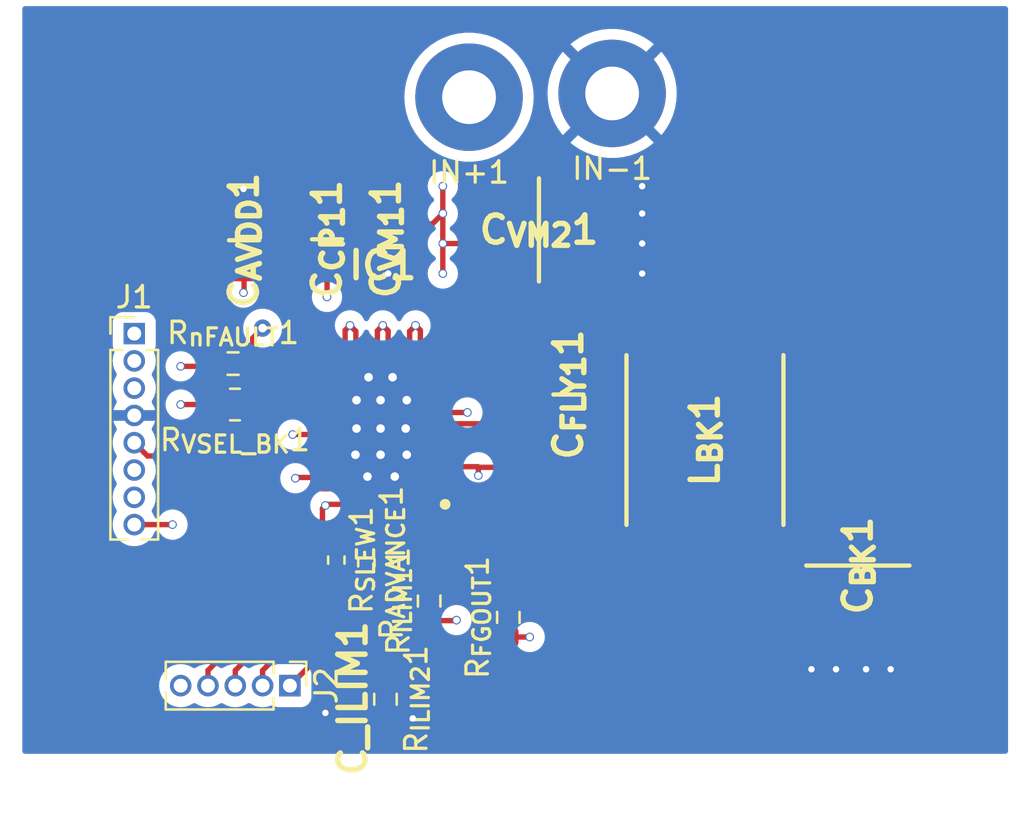
<source format=kicad_pcb>
(kicad_pcb (version 20221018) (generator pcbnew)
  (layers (0 "F.Cu" signal) (1 "In1.Cu" signal) (2 "In2.Cu" signal) (31 "B.Cu" signal) (34 "B.Paste" user) (35 "F.Paste" user) (36 "B.SilkS" user "B.Silkscreen") (37 "F.SilkS" user "F.Silkscreen") (38 "B.Mask" user) (39 "F.Mask" user) (44 "Edge.Cuts" user))
  (net 0 "")
  (net 1 "Net-(IC1-ILIM)")
  (net 2 "GND")
  (net 3 "/AVDD")
  (net 4 "/SW_BK")
  (net 5 "Net-(IC1-CP)")
  (net 6 "/VM")
  (net 7 "Net-(IC1-CPH)")
  (net 8 "Net-(IC1-CPL)")
  (net 9 "/PWM")
  (net 10 "/DIR")
  (net 11 "/BRAKE")
  (net 12 "/FGOUT")
  (net 13 "/W")
  (net 14 "/V")
  (net 15 "/U")
  (net 16 "/H3")
  (net 17 "/H2")
  (net 18 "/H1")
  (net 19 "/nFAULT")
  (net 21 "Net-(IC1-SW_BK)")
  (net 22 "Net-(IC1-VSEL_BK)")
  (net 26 "Net-(IC1-SLEW)")
  (net 27 "Net-(IC1-ADVANCE)")
  (footprint "SamacSys_Parts:CAPC3216X178N" (layer "F.Cu") (at 148.7944 90.8618 90)
    (fp_text reference "C_{CP1}1" (at 0 0 90) (layer "F.SilkS") (effects (font (size 1.27 1.27) (thickness 0.254))))
    (fp_text value "1uF" hide)
    (fp_line (start 0 -0.7) (end 0 0.7) (stroke (width 0.2)) (layer "F.SilkS"))
    (pad "1" smd rect (at -1.4 0 90) (size 1.02 1.82) (layers "F.Cu" "F.Paste" "F.Mask") (net 5 "Net-(IC1-CP)"))
    (pad "2" smd rect (at 1.4 0 90) (size 1.02 1.82) (layers "F.Cu" "F.Paste" "F.Mask") (net 6 "/VM"))
  )
  (footprint "Resistor_SMD:R_0603_1608Metric_Pad0.98x0.95mm_HandSolder" (layer "F.Cu") (at 151.511 112.268 -90)
    (fp_text reference "R_{ILIM2}1" (at 0 -1.43 90) (layer "F.SilkS"))
    (fp_text value "1k")
    (fp_line (start -0.254724 -0.5225) (end 0.254724 -0.5225) (stroke (width 0.12)) (layer "F.SilkS"))
    (fp_line (start -0.254724 0.5225) (end 0.254724 0.5225) (stroke (width 0.12)) (layer "F.SilkS"))
    (pad "1" smd roundrect (at -0.9125 0 270) (size 0.975 0.95) (layers "F.Cu" "F.Paste" "F.Mask") (net 1 "Net-(IC1-ILIM)"))
    (pad "2" smd roundrect (at 0.9125 0 270) (size 0.975 0.95) (layers "F.Cu" "F.Paste" "F.Mask") (net 2 "GND"))
  )
  (footprint "Resistor_SMD:R_0603_1608Metric_Pad0.98x0.95mm_HandSolder" (layer "F.Cu") (at 144.4225 96.647)
    (fp_text reference "R_{nFAULT}1" (at 0 -1.43) (layer "F.SilkS"))
    (fp_text value "5k1")
    (fp_line (start -0.254724 -0.5225) (end 0.254724 -0.5225) (stroke (width 0.12)) (layer "F.SilkS"))
    (fp_line (start -0.254724 0.5225) (end 0.254724 0.5225) (stroke (width 0.12)) (layer "F.SilkS"))
    (pad "1" smd roundrect (at -0.9125 0) (size 0.975 0.95) (layers "F.Cu" "F.Paste" "F.Mask") (net 3 "/AVDD"))
    (pad "2" smd roundrect (at 0.9125 0) (size 0.975 0.95) (layers "F.Cu" "F.Paste" "F.Mask") (net 19 "/nFAULT"))
  )
  (footprint "SamacSys_Parts:INDPM7973X540N" (layer "F.Cu") (at 166.37 100.203 -90)
    (fp_text reference "L_{BK}1" (at 0 0 90) (layer "F.SilkS") (effects (font (size 1.27 1.27) (thickness 0.254))))
    (fp_text value "47uH" hide)
    (fp_line (start -3.95 3.65) (end 3.95 3.65) (stroke (width 0.2)) (layer "F.SilkS"))
    (fp_line (start 3.95 -3.65) (end -3.95 -3.65) (stroke (width 0.2)) (layer "F.SilkS"))
    (pad "1" smd rect (at -3.05 0 270) (size 3.05 3.1) (layers "F.Cu" "F.Paste" "F.Mask") (net 21 "Net-(IC1-SW_BK)"))
    (pad "2" smd rect (at 3.05 0 270) (size 3.05 3.1) (layers "F.Cu" "F.Paste" "F.Mask") (net 4 "/SW_BK"))
  )
  (footprint "MountingHole:MountingHole_2.5mm_Pad" (layer "F.Cu") (at 162.052 84.074 180)
    (fp_text reference "IN-1" (at 0 -3.5) (layer "F.SilkS"))
    (fp_text value "MountingHole_Pad")
    (pad "1" thru_hole circle (at 0 0 180) (size 5 5) (drill 2.5) (layers "*.Cu" "*.Mask") (net 2 "GND"))
  )
  (footprint "SamacSys_Parts:CAPC1608X95N" (layer "F.Cu") (at 149.987 112.2265 -90)
    (fp_text reference "C_ILIM1" (at 0 0 90) (layer "F.SilkS") (effects (font (size 1.27 1.27) (thickness 0.254))))
    (fp_text value "0u1F" hide)
    (pad "1" smd rect (at -0.7 0 270) (size 0.78 0.98) (layers "F.Cu" "F.Paste" "F.Mask") (net 1 "Net-(IC1-ILIM)"))
    (pad "2" smd rect (at 0.7 0 270) (size 0.78 0.98) (layers "F.Cu" "F.Paste" "F.Mask") (net 2 "GND"))
  )
  (footprint "Resistor_SMD:R_0805_2012Metric_Pad1.20x1.40mm_HandSolder" (layer "F.Cu") (at 144.51 98.552 180)
    (fp_text reference "R_{VSEL_BK}1" (at 0 -1.65) (layer "F.SilkS"))
    (fp_text value "1M")
    (fp_line (start -0.227064 -0.735) (end 0.227064 -0.735) (stroke (width 0.12)) (layer "F.SilkS"))
    (fp_line (start -0.227064 0.735) (end 0.227064 0.735) (stroke (width 0.12)) (layer "F.SilkS"))
    (pad "1" smd roundrect (at -1 0 180) (size 1.2 1.4) (layers "F.Cu" "F.Paste" "F.Mask") (roundrect_rratio 0.208333) (net 22 "Net-(IC1-VSEL_BK)"))
    (pad "2" smd roundrect (at 1 0 180) (size 1.2 1.4) (layers "F.Cu" "F.Paste" "F.Mask") (roundrect_rratio 0.208333) (net 3 "/AVDD"))
  )
  (footprint "SamacSys_Parts:CAPC3216X178N" (layer "F.Cu") (at 144.9336 90.9066 90)
    (fp_text reference "C_{AVDD}1" (at 0 0 90) (layer "F.SilkS") (effects (font (size 1.27 1.27) (thickness 0.254))))
    (fp_text value "1uF" hide)
    (fp_line (start 0 -0.7) (end 0 0.7) (stroke (width 0.2)) (layer "F.SilkS"))
    (pad "1" smd rect (at -1.4 0 90) (size 1.02 1.82) (layers "F.Cu" "F.Paste" "F.Mask") (net 3 "/AVDD"))
    (pad "2" smd rect (at 1.4 0 90) (size 1.02 1.82) (layers "F.Cu" "F.Paste" "F.Mask") (net 2 "GND"))
  )
  (footprint "Connector_PinHeader_1.27mm:PinHeader_1x08_P1.27mm_Vertical" (layer "F.Cu") (at 139.827 95.25)
    (fp_text reference "J1" (at 0 -1.695) (layer "F.SilkS"))
    (fp_text value "Conn_01x08_Pin")
    (fp_line (start -1.11 -0.76) (end 0 -0.76) (stroke (width 0.12)) (layer "F.SilkS"))
    (fp_line (start -1.11 0) (end -1.11 -0.76) (stroke (width 0.12)) (layer "F.SilkS"))
    (fp_line (start -1.11 0.76) (end -1.11 9.585) (stroke (width 0.12)) (layer "F.SilkS"))
    (fp_line (start -1.11 0.76) (end -0.563471 0.76) (stroke (width 0.12)) (layer "F.SilkS"))
    (fp_line (start -1.11 9.585) (end -0.30753 9.585) (stroke (width 0.12)) (layer "F.SilkS"))
    (fp_line (start 0.30753 9.585) (end 1.11 9.585) (stroke (width 0.12)) (layer "F.SilkS"))
    (fp_line (start 0.563471 0.76) (end 1.11 0.76) (stroke (width 0.12)) (layer "F.SilkS"))
    (fp_line (start 1.11 0.76) (end 1.11 9.585) (stroke (width 0.12)) (layer "F.SilkS"))
    (pad "1" thru_hole rect (at 0 0) (size 1 1) (drill 0.65) (layers "*.Cu" "*.Mask") (net 15 "/U"))
    (pad "2" thru_hole oval (at 0 1.27) (size 1 1) (drill 0.65) (layers "*.Cu" "*.Mask") (net 14 "/V"))
    (pad "3" thru_hole oval (at 0 2.54) (size 1 1) (drill 0.65) (layers "*.Cu" "*.Mask") (net 13 "/W"))
    (pad "4" thru_hole oval (at 0 3.81) (size 1 1) (drill 0.65) (layers "*.Cu" "*.Mask") (net 2 "GND"))
    (pad "5" thru_hole oval (at 0 5.08) (size 1 1) (drill 0.65) (layers "*.Cu" "*.Mask") (net 17 "/H2"))
    (pad "6" thru_hole oval (at 0 6.35) (size 1 1) (drill 0.65) (layers "*.Cu" "*.Mask") (net 18 "/H1"))
    (pad "7" thru_hole oval (at 0 7.62) (size 1 1) (drill 0.65) (layers "*.Cu" "*.Mask") (net 16 "/H3"))
    (pad "8" thru_hole oval (at 0 8.89) (size 1 1) (drill 0.65) (layers "*.Cu" "*.Mask") (net 4 "/SW_BK"))
  )
  (footprint "Resistor_SMD:R_0402_1005Metric_Pad0.72x0.64mm_HandSolder" (layer "F.Cu") (at 149.225 105.791 -90)
    (fp_text reference "R_{SLEW}1" (at 0 -1.17 90) (layer "F.SilkS"))
    (fp_text value "47k")
    (fp_line (start -0.167621 -0.38) (end 0.167621 -0.38) (stroke (width 0.12)) (layer "F.SilkS"))
    (fp_line (start -0.167621 0.38) (end 0.167621 0.38) (stroke (width 0.12)) (layer "F.SilkS"))
    (pad "1" smd roundrect (at -0.5975 0 270) (size 0.715 0.64) (layers "F.Cu" "F.Paste" "F.Mask") (net 26 "Net-(IC1-SLEW)"))
    (pad "2" smd roundrect (at 0.5975 0 270) (size 0.715 0.64) (layers "F.Cu" "F.Paste" "F.Mask") (net 3 "/AVDD"))
  )
  (footprint "SamacSys_Parts:CAPC3216X180N" (layer "F.Cu") (at 160.02 98.0864 -90)
    (fp_text reference "C_{FLY1}1" (at 0 0 90) (layer "F.SilkS") (effects (font (size 1.27 1.27) (thickness 0.254))))
    (fp_text value "47nF" hide)
    (fp_line (start 0 -0.7) (end 0 0.7) (stroke (width 0.2)) (layer "F.SilkS"))
    (pad "1" smd rect (at -1.38 0 270) (size 1.07 1.82) (layers "F.Cu" "F.Paste" "F.Mask") (net 7 "Net-(IC1-CPH)"))
    (pad "2" smd rect (at 1.38 0 270) (size 1.07 1.82) (layers "F.Cu" "F.Paste" "F.Mask") (net 8 "Net-(IC1-CPL)"))
  )
  (footprint "Resistor_SMD:R_0603_1608Metric_Pad0.98x0.95mm_HandSolder" (layer "F.Cu") (at 157.226 108.458 90)
    (fp_text reference "R_{FGOUT}1" (at 0 -1.43 90) (layer "F.SilkS"))
    (fp_text value "5k1")
    (fp_line (start -0.254724 -0.5225) (end 0.254724 -0.5225) (stroke (width 0.12)) (layer "F.SilkS"))
    (fp_line (start -0.254724 0.5225) (end 0.254724 0.5225) (stroke (width 0.12)) (layer "F.SilkS"))
    (pad "1" smd roundrect (at -0.9125 0 90) (size 0.975 0.95) (layers "F.Cu" "F.Paste" "F.Mask") (net 3 "/AVDD"))
    (pad "2" smd roundrect (at 0.9125 0 90) (size 0.975 0.95) (layers "F.Cu" "F.Paste" "F.Mask") (net 12 "/FGOUT"))
  )
  (footprint "Resistor_SMD:R_0603_1608Metric_Pad0.98x0.95mm_HandSolder" (layer "F.Cu") (at 153.543 107.696 90)
    (fp_text reference "R_{ILIM1}1" (at 0 -1.43 90) (layer "F.SilkS"))
    (fp_text value "1k")
    (fp_line (start -0.254724 -0.5225) (end 0.254724 -0.5225) (stroke (width 0.12)) (layer "F.SilkS"))
    (fp_line (start -0.254724 0.5225) (end 0.254724 0.5225) (stroke (width 0.12)) (layer "F.SilkS"))
    (pad "1" smd roundrect (at -0.9125 0 90) (size 0.975 0.95) (layers "F.Cu" "F.Paste" "F.Mask") (net 3 "/AVDD"))
    (pad "2" smd roundrect (at 0.9125 0 90) (size 0.975 0.95) (layers "F.Cu" "F.Paste" "F.Mask") (net 1 "Net-(IC1-ILIM)"))
  )
  (footprint "MountingHole:MountingHole_2.5mm_Pad" (layer "F.Cu") (at 155.3972 84.2488 180)
    (fp_text reference "IN+1" (at 0 -3.5) (layer "F.SilkS"))
    (fp_text value "MountingHole_Pad")
    (pad "1" thru_hole circle (at 0 0 180) (size 5 5) (drill 2.5) (layers "*.Cu" "*.Mask") (net 6 "/VM"))
  )
  (footprint "Resistor_SMD:R_0402_1005Metric_Pad0.72x0.64mm_HandSolder" (layer "F.Cu") (at 150.622 105.918 -90)
    (fp_text reference "R_{ADVANCE}1" (at 0 -1.17 90) (layer "F.SilkS"))
    (fp_text value "22k")
    (fp_line (start -0.167621 -0.38) (end 0.167621 -0.38) (stroke (width 0.12)) (layer "F.SilkS"))
    (fp_line (start -0.167621 0.38) (end 0.167621 0.38) (stroke (width 0.12)) (layer "F.SilkS"))
    (pad "1" smd roundrect (at -0.5975 0 270) (size 0.715 0.64) (layers "F.Cu" "F.Paste" "F.Mask") (net 27 "Net-(IC1-ADVANCE)"))
    (pad "2" smd roundrect (at 0.5975 0 270) (size 0.715 0.64) (layers "F.Cu" "F.Paste" "F.Mask") (net 3 "/AVDD"))
  )
  (footprint "Connector_PinHeader_1.27mm:PinHeader_1x05_P1.27mm_Vertical" (layer "F.Cu") (at 147.066 111.633 -90)
    (fp_text reference "J2" (at 0 -1.695 90) (layer "F.SilkS"))
    (fp_text value "Conn_01x05_Pin")
    (fp_line (start -1.11 -0.76) (end 0 -0.76) (stroke (width 0.12)) (layer "F.SilkS"))
    (fp_line (start -1.11 0) (end -1.11 -0.76) (stroke (width 0.12)) (layer "F.SilkS"))
    (fp_line (start -1.11 0.76) (end -1.11 5.775) (stroke (width 0.12)) (layer "F.SilkS"))
    (fp_line (start -1.11 0.76) (end -0.563471 0.76) (stroke (width 0.12)) (layer "F.SilkS"))
    (fp_line (start -1.11 5.775) (end -0.30753 5.775) (stroke (width 0.12)) (layer "F.SilkS"))
    (fp_line (start 0.30753 5.775) (end 1.11 5.775) (stroke (width 0.12)) (layer "F.SilkS"))
    (fp_line (start 0.563471 0.76) (end 1.11 0.76) (stroke (width 0.12)) (layer "F.SilkS"))
    (fp_line (start 1.11 0.76) (end 1.11 5.775) (stroke (width 0.12)) (layer "F.SilkS"))
    (pad "1" thru_hole rect (at 0 0 270) (size 1 1) (drill 0.65) (layers "*.Cu" "*.Mask") (net 12 "/FGOUT"))
    (pad "2" thru_hole oval (at 0 1.27 270) (size 1 1) (drill 0.65) (layers "*.Cu" "*.Mask") (net 9 "/PWM"))
    (pad "3" thru_hole oval (at 0 2.54 270) (size 1 1) (drill 0.65) (layers "*.Cu" "*.Mask") (net 11 "/BRAKE"))
    (pad "4" thru_hole oval (at 0 3.81 270) (size 1 1) (drill 0.65) (layers "*.Cu" "*.Mask") (net 10 "/DIR"))
    (pad "5" thru_hole oval (at 0 5.08 270) (size 1 1) (drill 0.65) (layers "*.Cu" "*.Mask") (net 19 "/nFAULT"))
  )
  (footprint "SamacSys_Parts:CAPC1608X95N" (layer "F.Cu") (at 151.5376 90.8446 -90)
    (fp_text reference "C_{VM1}1" (at 0 0 90) (layer "F.SilkS") (effects (font (size 1.27 1.27) (thickness 0.254))))
    (fp_text value "0u1F" hide)
    (pad "1" smd rect (at -0.7 0 270) (size 0.78 0.98) (layers "F.Cu" "F.Paste" "F.Mask") (net 6 "/VM"))
    (pad "2" smd rect (at 0.7 0 270) (size 0.78 0.98) (layers "F.Cu" "F.Paste" "F.Mask") (net 2 "GND"))
  )
  (footprint "SamacSys_Parts:CAPC6050X350N" (layer "F.Cu") (at 158.649 90.424)
    (fp_text reference "C_{VM2}1" (at 0 0) (layer "F.SilkS") (effects (font (size 1.27 1.27) (thickness 0.254))))
    (fp_text value ">=10uF" hide)
    (fp_line (start 0 -2.4) (end 0 2.4) (stroke (width 0.2)) (layer "F.SilkS"))
    (pad "1" smd rect (at -2.26 0) (size 2.39 5.51) (layers "F.Cu" "F.Paste" "F.Mask") (net 6 "/VM"))
    (pad "2" smd rect (at 2.26 0) (size 2.39 5.51) (layers "F.Cu" "F.Paste" "F.Mask") (net 2 "GND"))
  )
  (footprint "SamacSys_Parts:QFN50P500X700X100-41N-D" (layer "F.Cu") (at 151.384 99.695 180)
    (fp_text reference "IC1" (at 0 7.62) (layer "F.SilkS") (effects (font (size 1.27 1.27) (thickness 0.254))))
    (fp_text value "MCT8316Z0TQRGFRQ1" hide)
    (fp_circle (center -2.9 -3.5) (end -2.9 -3.375) (stroke (width 0.25)) (fill none) (layer "F.SilkS"))
    (pad "1" smd rect (at -2.5 -2.75 270) (size 0.3 0.8) (layers "F.Cu" "F.Paste" "F.Mask"))
    (pad "2" smd rect (at -2.5 -2.25 270) (size 0.3 0.8) (layers "F.Cu" "F.Paste" "F.Mask") (net 2 "GND"))
    (pad "3" smd rect (at -2.5 -1.75 270) (size 0.3 0.8) (layers "F.Cu" "F.Paste" "F.Mask") (net 4 "/SW_BK"))
    (pad "4" smd rect (at -2.5 -1.25 270) (size 0.3 0.8) (layers "F.Cu" "F.Paste" "F.Mask") (net 2 "GND"))
    (pad "5" smd rect (at -2.5 -0.75 270) (size 0.3 0.8) (layers "F.Cu" "F.Paste" "F.Mask") (net 21 "Net-(IC1-SW_BK)"))
    (pad "6" smd rect (at -2.5 -0.25 270) (size 0.3 0.8) (layers "F.Cu" "F.Paste" "F.Mask") (net 8 "Net-(IC1-CPL)"))
    (pad "7" smd rect (at -2.5 0.25 270) (size 0.3 0.8) (layers "F.Cu" "F.Paste" "F.Mask") (net 7 "Net-(IC1-CPH)"))
    (pad "8" smd rect (at -2.5 0.75 270) (size 0.3 0.8) (layers "F.Cu" "F.Paste" "F.Mask") (net 5 "Net-(IC1-CP)"))
    (pad "9" smd rect (at -2.5 1.25 270) (size 0.3 0.8) (layers "F.Cu" "F.Paste" "F.Mask") (net 6 "/VM"))
    (pad "10" smd rect (at -2.5 1.75 270) (size 0.3 0.8) (layers "F.Cu" "F.Paste" "F.Mask") (net 6 "/VM"))
    (pad "11" smd rect (at -2.5 2.25 270) (size 0.3 0.8) (layers "F.Cu" "F.Paste" "F.Mask") (net 6 "/VM"))
    (pad "12" smd rect (at -2.5 2.75 270) (size 0.3 0.8) (layers "F.Cu" "F.Paste" "F.Mask") (net 2 "GND"))
    (pad "13" smd rect (at -1.75 3.5 180) (size 0.3 0.8) (layers "F.Cu" "F.Paste" "F.Mask") (net 15 "/U"))
    (pad "14" smd rect (at -1.25 3.5 180) (size 0.3 0.8) (layers "F.Cu" "F.Paste" "F.Mask") (net 15 "/U"))
    (pad "15" smd rect (at -0.75 3.5 180) (size 0.3 0.8) (layers "F.Cu" "F.Paste" "F.Mask") (net 2 "GND"))
    (pad "16" smd rect (at -0.25 3.5 180) (size 0.3 0.8) (layers "F.Cu" "F.Paste" "F.Mask") (net 14 "/V"))
    (pad "17" smd rect (at 0.25 3.5 180) (size 0.3 0.8) (layers "F.Cu" "F.Paste" "F.Mask") (net 14 "/V"))
    (pad "18" smd rect (at 0.75 3.5 180) (size 0.3 0.8) (layers "F.Cu" "F.Paste" "F.Mask") (net 2 "GND"))
    (pad "19" smd rect (at 1.25 3.5 180) (size 0.3 0.8) (layers "F.Cu" "F.Paste" "F.Mask") (net 13 "/W"))
    (pad "20" smd rect (at 1.75 3.5 180) (size 0.3 0.8) (layers "F.Cu" "F.Paste" "F.Mask") (net 13 "/W"))
    (pad "21" smd rect (at 2.5 2.75 270) (size 0.3 0.8) (layers "F.Cu" "F.Paste" "F.Mask") (net 2 "GND"))
    (pad "22" smd rect (at 2.5 2.25 270) (size 0.3 0.8) (layers "F.Cu" "F.Paste" "F.Mask") (net 19 "/nFAULT"))
    (pad "23" smd rect (at 2.5 1.75 270) (size 0.3 0.8) (layers "F.Cu" "F.Paste" "F.Mask") (net 3 "/AVDD"))
    (pad "24" smd rect (at 2.5 1.25 270) (size 0.3 0.8) (layers "F.Cu" "F.Paste" "F.Mask") (net 22 "Net-(IC1-VSEL_BK)"))
    (pad "25" smd rect (at 2.5 0.75 270) (size 0.3 0.8) (layers "F.Cu" "F.Paste" "F.Mask") (net 3 "/AVDD"))
    (pad "26" smd rect (at 2.5 0.25 270) (size 0.3 0.8) (layers "F.Cu" "F.Paste" "F.Mask") (net 2 "GND"))
    (pad "27" smd rect (at 2.5 -0.25 270) (size 0.3 0.8) (layers "F.Cu" "F.Paste" "F.Mask") (net 18 "/H1"))
    (pad "28" smd rect (at 2.5 -0.75 270) (size 0.3 0.8) (layers "F.Cu" "F.Paste" "F.Mask"))
    (pad "29" smd rect (at 2.5 -1.25 270) (size 0.3 0.8) (layers "F.Cu" "F.Paste" "F.Mask") (net 17 "/H2"))
    (pad "30" smd rect (at 2.5 -1.75 270) (size 0.3 0.8) (layers "F.Cu" "F.Paste" "F.Mask"))
    (pad "31" smd rect (at 2.5 -2.25 270) (size 0.3 0.8) (layers "F.Cu" "F.Paste" "F.Mask") (net 16 "/H3"))
    (pad "32" smd rect (at 2.5 -2.75 270) (size 0.3 0.8) (layers "F.Cu" "F.Paste" "F.Mask"))
    (pad "33" smd rect (at 1.75 -3.5 180) (size 0.3 0.8) (layers "F.Cu" "F.Paste" "F.Mask") (net 3 "/AVDD"))
    (pad "34" smd rect (at 1.25 -3.5 180) (size 0.3 0.8) (layers "F.Cu" "F.Paste" "F.Mask") (net 26 "Net-(IC1-SLEW)"))
    (pad "35" smd rect (at 0.75 -3.5 180) (size 0.3 0.8) (layers "F.Cu" "F.Paste" "F.Mask") (net 27 "Net-(IC1-ADVANCE)"))
    (pad "36" smd rect (at 0.25 -3.5 180) (size 0.3 0.8) (layers "F.Cu" "F.Paste" "F.Mask") (net 10 "/DIR"))
    (pad "37" smd rect (at -0.25 -3.5 180) (size 0.3 0.8) (layers "F.Cu" "F.Paste" "F.Mask") (net 1 "Net-(IC1-ILIM)"))
    (pad "38" smd rect (at -0.75 -3.5 180) (size 0.3 0.8) (layers "F.Cu" "F.Paste" "F.Mask") (net 11 "/BRAKE"))
    (pad "39" smd rect (at -1.25 -3.5 180) (size 0.3 0.8) (layers "F.Cu" "F.Paste" "F.Mask") (net 9 "/PWM"))
    (pad "40" smd rect (at -1.75 -3.5 180) (size 0.3 0.8) (layers "F.Cu" "F.Paste" "F.Mask") (net 12 "/FGOUT"))
    (pad "41" smd rect (at 0 0 180) (size 3.8 5.8) (layers "F.Cu" "F.Paste" "F.Mask") (net 2 "GND"))
  )
  (footprint "SamacSys_Parts:CAPC6050X350N" (layer "F.Cu") (at 173.482 106.045 -90)
    (fp_text reference "C_{BK}1" (at 0 0 90) (layer "F.SilkS") (effects (font (size 1.27 1.27) (thickness 0.254))))
    (fp_text value "22uF" hide)
    (fp_line (start 0 -2.4) (end 0 2.4) (stroke (width 0.2)) (layer "F.SilkS"))
    (pad "1" smd rect (at -2.26 0 270) (size 2.39 5.51) (layers "F.Cu" "F.Paste" "F.Mask") (net 4 "/SW_BK"))
    (pad "2" smd rect (at 2.26 0 270) (size 2.39 5.51) (layers "F.Cu" "F.Paste" "F.Mask") (net 2 "GND"))
  )
  (segment (start 153.543 106.4025) (end 151.634 104.4935) (width 0.25) (layer "F.Cu") (net 1))
  (segment (start 151.634 104.4935) (end 151.634 103.195) (width 0.25) (layer "F.Cu") (net 1))
  (segment (start 153.543 106.7835) (end 153.543 106.4025) (width 0.25) (layer "F.Cu") (net 1))
  (segment (start 152.7575 113.1805) (end 152.781 113.157) (width 0.25) (layer "F.Cu") (net 2))
  (segment (start 151.983 101.945) (end 151.9428 101.9048) (width 0.25) (layer "F.Cu") (net 2))
  (segment (start 162.814 90.424) (end 160.909 90.424) (width 0.25) (layer "F.Cu") (net 2))
  (segment (start 152.134 96.195) (end 152.134 96.9892) (width 0.25) (layer "F.Cu") (net 2))
  (segment (start 148.7405 112.9265) (end 148.717 112.903) (width 0.25) (layer "F.Cu") (net 2))
  (segment (start 153.884 100.945) (end 152.5578 100.945) (width 0.25) (layer "F.Cu") (net 2))
  (segment (start 149.987 112.9265) (end 148.7405 112.9265) (width 0.25) (layer "F.Cu") (net 2))
  (segment (start 148.884 99.445) (end 149.9402 99.445) (width 0.25) (layer "F.Cu") (net 2))
  (segment (start 152.1782 96.945) (end 151.8412 97.282) (width 0.25) (layer "F.Cu") (net 2))
  (segment (start 163.449 92.456) (end 163.449 91.059) (width 0.25) (layer "F.Cu") (net 2))
  (segment (start 148.884 96.945) (end 150.3866 96.945) (width 0.25) (layer "F.Cu") (net 2))
  (segment (start 163.449 91.059) (end 162.814 90.424) (width 0.25) (layer "F.Cu") (net 2))
  (segment (start 150.634 97.1924) (end 150.7236 97.282) (width 0.25) (layer "F.Cu") (net 2))
  (segment (start 172.466 110.871) (end 173.482 109.855) (width 0.25) (layer "F.Cu") (net 2))
  (segment (start 172.466 110.871) (end 173.863 110.871) (width 0.25) (layer "F.Cu") (net 2))
  (segment (start 173.482 109.855) (end 173.482 108.305) (width 0.25) (layer "F.Cu") (net 2))
  (segment (start 153.884 101.945) (end 151.983 101.945) (width 0.25) (layer "F.Cu") (net 2))
  (segment (start 152.134 96.9892) (end 151.8412 97.282) (width 0.25) (layer "F.Cu") (net 2))
  (segment (start 151.5376 91.5446) (end 151.5376 92.3556) (width 0.25) (layer "F.Cu") (net 2))
  (segment (start 175.006 110.871) (end 173.863 110.871) (width 0.25) (layer "F.Cu") (net 2))
  (segment (start 151.511 113.1805) (end 152.7575 113.1805) (width 0.25) (layer "F.Cu") (net 2))
  (segment (start 149.9402 99.445) (end 150.1648 99.6696) (width 0.25) (layer "F.Cu") (net 2))
  (segment (start 171.323 110.871) (end 172.466 110.871) (width 0.25) (layer "F.Cu") (net 2))
  (segment (start 150.3866 96.945) (end 150.7236 97.282) (width 0.25) (layer "F.Cu") (net 2))
  (segment (start 163.449 88.392) (end 163.449 89.662) (width 0.25) (layer "F.Cu") (net 2))
  (segment (start 150.634 96.195) (end 150.634 97.1924) (width 0.25) (layer "F.Cu") (net 2))
  (segment (start 152.5578 100.945) (end 152.5016 100.8888) (width 0.25) (layer "F.Cu") (net 2))
  (segment (start 144.9336 89.5066) (end 144.9336 88.5456) (width 0.25) (layer "F.Cu") (net 2))
  (segment (start 163.449 89.662) (end 163.449 91.059) (width 0.25) (layer "F.Cu") (net 2))
  (segment (start 153.884 96.945) (end 152.1782 96.945) (width 0.25) (layer "F.Cu") (net 2))
  (segment (start 151.5376 92.3556) (end 151.638 92.456) (width 0.25) (layer "F.Cu") (net 2))
  (segment (start 144.9336 88.5456) (end 144.907 88.519) (width 0.25) (layer "F.Cu") (net 2))
  (via (at 151.8412 97.282) (size 0.8) (drill 0.4) (layers "F.Cu" "B.Cu") (net 2))
  (via (at 144.907 88.519) (size 0.4) (drill 0.3) (layers "F.Cu" "B.Cu") (net 2))
  (via (at 150.1648 99.6696) (size 0.8) (drill 0.4) (layers "F.Cu" "B.Cu") (net 2))
  (via (at 163.449 92.456) (size 0.4) (drill 0.3) (layers "F.Cu" "B.Cu") (net 2))
  (via (at 151.2824 100.8888) (size 0.8) (drill 0.4) (layers "F.Cu" "B.Cu") (net 2))
  (via (at 175.006 110.871) (size 0.4) (drill 0.3) (layers "F.Cu" "B.Cu") (net 2))
  (via (at 173.863 110.871) (size 0.4) (drill 0.3) (layers "F.Cu" "B.Cu") (net 2))
  (via (at 148.717 112.903) (size 0.4) (drill 0.3) (layers "F.Cu" "B.Cu") (net 2))
  (via (at 163.449 89.662) (size 0.4) (drill 0.3) (layers "F.Cu" "B.Cu") (net 2))
  (via (at 150.6728 101.9048) (size 0.8) (drill 0.4) (layers "F.Cu" "B.Cu") (net 2))
  (via (at 151.9428 101.9048) (size 0.8) (drill 0.4) (layers "F.Cu" "B.Cu") (net 2))
  (via (at 163.449 91.059) (size 0.4) (drill 0.3) (layers "F.Cu" "B.Cu") (net 2))
  (via (at 152.4508 99.6696) (size 0.8) (drill 0.4) (layers "F.Cu" "B.Cu") (net 2))
  (via (at 163.449 88.392) (size 0.4) (drill 0.3) (layers "F.Cu" "B.Cu") (net 2))
  (via (at 152.781 113.157) (size 0.4) (drill 0.3) (layers "F.Cu" "B.Cu") (net 2))
  (via (at 150.114 100.8888) (size 0.8) (drill 0.4) (layers "F.Cu" "B.Cu") (net 2))
  (via (at 152.5016 100.8888) (size 0.8) (drill 0.4) (layers "F.Cu" "B.Cu") (net 2))
  (via (at 171.323 110.871) (size 0.4) (drill 0.3) (layers "F.Cu" "B.Cu") (net 2))
  (via (at 151.638 92.456) (size 0.4) (drill 0.3) (layers "F.Cu" "B.Cu") (net 2))
  (via (at 150.7236 97.282) (size 0.8) (drill 0.4) (layers "F.Cu" "B.Cu") (net 2))
  (via (at 152.5016 98.3488) (size 0.8) (drill 0.4) (layers "F.Cu" "B.Cu") (net 2))
  (via (at 151.2824 99.6696) (size 0.8) (drill 0.4) (layers "F.Cu" "B.Cu") (net 2))
  (via (at 150.1648 98.3488) (size 0.8) (drill 0.4) (layers "F.Cu" "B.Cu") (net 2))
  (via (at 172.466 110.871) (size 0.4) (drill 0.3) (layers "F.Cu" "B.Cu") (net 2))
  (via (at 151.2824 98.3488) (size 0.8) (drill 0.4) (layers "F.Cu" "B.Cu") (net 2))
  (segment (start 144.9336 92.3066) (end 144.9336 93.3184) (width 0.25) (layer "F.Cu") (net 3))
  (segment (start 158.242 109.347) (end 158.2185 109.3705) (width 0.25) (layer "F.Cu") (net 3))
  (segment (start 153.543 108.6085) (end 154.7895 108.6085) (width 0.25) (layer "F.Cu") (net 3))
  (segment (start 143.383 96.774) (end 143.51 96.647) (width 0.25) (layer "F.Cu") (net 3))
  (segment (start 149.225 106.3885) (end 148.58 105.7435) (width 0.25) (layer "F.Cu") (net 3))
  (segment (start 148.58 103.388) (end 148.717 103.251) (width 0.25) (layer "F.Cu") (net 3))
  (segment (start 149.352 106.5155) (end 149.225 106.3885) (width 0.25) (layer "F.Cu") (net 3))
  (segment (start 141.986 96.774) (end 143.383 96.774) (width 0.25) (layer "F.Cu") (net 3))
  (segment (start 157.226 109.3705) (end 158.2185 109.3705) (width 0.25) (layer "F.Cu") (net 3))
  (segment (start 154.7895 108.6085) (end 154.813 108.585) (width 0.25) (layer "F.Cu") (net 3))
  (segment (start 144.9336 93.3184) (end 144.907 93.345) (width 0.25) (layer "F.Cu") (net 3))
  (segment (start 141.986 98.552) (end 143.51 98.552) (width 0.25) (layer "F.Cu") (net 3))
  (segment (start 150.622 106.5155) (end 149.352 106.5155) (width 0.25) (layer "F.Cu") (net 3))
  (segment (start 148.58 105.7435) (end 148.58 103.388) (width 0.25) (layer "F.Cu") (net 3))
  (segment (start 148.773 103.195) (end 148.717 103.251) (width 0.25) (layer "F.Cu") (net 3))
  (segment (start 149.634 103.195) (end 148.773 103.195) (width 0.25) (layer "F.Cu") (net 3))
  (via (at 144.907 93.345) (size 0.4) (drill 0.3) (layers "F.Cu" "B.Cu") (net 3))
  (via (at 154.813 108.585) (size 0.4) (drill 0.3) (layers "F.Cu" "B.Cu") (net 3))
  (via (at 158.2185 109.3705) (size 0.4) (drill 0.3) (layers "F.Cu" "B.Cu") (net 3))
  (via (at 141.986 96.774) (size 0.4) (drill 0.3) (layers "F.Cu" "B.Cu") (net 3))
  (via (at 141.986 98.552) (size 0.4) (drill 0.3) (layers "F.Cu" "B.Cu") (net 3))
  (via (at 148.717 103.251) (size 0.4) (drill 0.3) (layers "F.Cu" "B.Cu") (net 3))
  (segment (start 167.2824 104.1654) (end 173.1016 104.1654) (width 0.25) (layer "F.Cu") (net 4))
  (segment (start 173.1016 104.1654) (end 173.482 103.785) (width 0.25) (layer "F.Cu") (net 4))
  (segment (start 139.827 104.14) (end 141.605 104.14) (width 0.25) (layer "F.Cu") (net 4))
  (segment (start 164.59 101.473) (end 155.829 101.473) (width 0.25) (layer "F.Cu") (net 4))
  (segment (start 153.884 101.445) (end 155.801 101.445) (width 0.25) (layer "F.Cu") (net 4))
  (segment (start 166.37 103.253) (end 167.2824 104.1654) (width 0.25) (layer "F.Cu") (net 4))
  (segment (start 166.37 103.253) (end 164.59 101.473) (width 0.25) (layer "F.Cu") (net 4))
  (segment (start 155.801 101.445) (end 155.829 101.473) (width 0.25) (layer "F.Cu") (net 4))
  (segment (start 155.829 101.854) (end 155.829 101.473) (width 0.25) (layer "F.Cu") (net 4))
  (via (at 141.605 104.14) (size 0.4) (drill 0.3) (layers "F.Cu" "B.Cu") (net 4))
  (via (at 155.829 101.854) (size 0.4) (drill 0.3) (layers "F.Cu" "B.Cu") (net 4))
  (segment (start 148.7944 93.541844) (end 148.790622 93.545622) (width 0.25) (layer "F.Cu") (net 5))
  (segment (start 153.9085 98.9205) (end 153.884 98.945) (width 0.25) (layer "F.Cu") (net 5))
  (segment (start 155.321 98.9205) (end 153.9085 98.9205) (width 0.25) (layer "F.Cu") (net 5))
  (segment (start 148.7944 92.2618) (end 148.7944 93.541844) (width 0.25) (layer "F.Cu") (net 5))
  (via (at 148.790622 93.545622) (size 0.4) (drill 0.3) (layers "F.Cu" "B.Cu") (net 5))
  (via (at 155.321 98.9205) (size 0.4) (drill 0.3) (layers "F.Cu" "B.Cu") (net 5))
  (segment (start 155.754 91.059) (end 156.389 90.424) (width 0.25) (layer "F.Cu") (net 6))
  (segment (start 154.584 97.445) (end 156.389 95.64) (width 0.25) (layer "F.Cu") (net 6))
  (segment (start 156.389 95.64) (end 156.389 90.424) (width 0.25) (layer "F.Cu") (net 6))
  (segment (start 154.178 92.456) (end 154.178 91.059) (width 0.25) (layer "F.Cu") (net 6))
  (segment (start 150.8548 89.4618) (end 151.5376 90.1446) (width 0.25) (layer "F.Cu") (net 6))
  (segment (start 154.178 88.392) (end 154.178 89.662) (width 0.25) (layer "F.Cu") (net 6))
  (segment (start 153.884 97.445) (end 154.584 97.445) (width 0.25) (layer "F.Cu") (net 6))
  (segment (start 148.7944 89.4618) (end 150.8548 89.4618) (width 0.25) (layer "F.Cu") (net 6))
  (segment (start 153.6954 90.1446) (end 154.178 89.662) (width 0.25) (layer "F.Cu") (net 6))
  (segment (start 154.178 91.059) (end 154.178 89.662) (width 0.25) (layer "F.Cu") (net 6))
  (segment (start 151.5376 90.1446) (end 153.6954 90.1446) (width 0.25) (layer "F.Cu") (net 6))
  (segment (start 153.884 98.445) (end 153.884 97.945) (width 0.25) (layer "F.Cu") (net 6))
  (segment (start 153.884 97.945) (end 153.884 97.445) (width 0.25) (layer "F.Cu") (net 6))
  (segment (start 154.178 91.059) (end 155.754 91.059) (width 0.25) (layer "F.Cu") (net 6))
  (via (at 154.178 91.059) (size 0.4) (drill 0.3) (layers "F.Cu" "B.Cu") (net 6))
  (via (at 154.178 92.456) (size 0.4) (drill 0.3) (layers "F.Cu" "B.Cu") (net 6))
  (via (at 154.178 88.392) (size 0.4) (drill 0.3) (layers "F.Cu" "B.Cu") (net 6))
  (via (at 154.178 89.662) (size 0.4) (drill 0.3) (layers "F.Cu" "B.Cu") (net 6))
  (segment (start 157.2814 99.445) (end 153.884 99.445) (width 0.25) (layer "F.Cu") (net 7))
  (segment (start 160.02 96.7064) (end 157.2814 99.445) (width 0.25) (layer "F.Cu") (net 7))
  (segment (start 159.5414 99.945) (end 153.884 99.945) (width 0.25) (layer "F.Cu") (net 8))
  (segment (start 160.02 99.4664) (end 159.5414 99.945) (width 0.25) (layer "F.Cu") (net 8))
  (segment (start 145.796 111.633) (end 145.796 110.925894) (width 0.25) (layer "F.Cu") (net 9))
  (segment (start 146.935894 109.786) (end 155.76 109.786) (width 0.25) (layer "F.Cu") (net 9))
  (segment (start 156.337 107.798104) (end 156.337 107.442) (width 0.25) (layer "F.Cu") (net 9))
  (segment (start 152.634 103.739) (end 152.634 103.195) (width 0.25) (layer "F.Cu") (net 9))
  (segment (start 155.76 109.786) (end 155.76 108.375104) (width 0.25) (layer "F.Cu") (net 9))
  (segment (start 156.337 107.442) (end 152.634 103.739) (width 0.25) (layer "F.Cu") (net 9))
  (segment (start 155.76 108.375104) (end 156.337 107.798104) (width 0.25) (layer "F.Cu") (net 9))
  (segment (start 145.796 110.925894) (end 146.935894 109.786) (width 0.25) (layer "F.Cu") (net 9))
  (segment (start 150.987328 107.198) (end 151.268052 106.917276) (width 0.25) (layer "F.Cu") (net 10))
  (segment (start 146.983894 107.198) (end 150.987328 107.198) (width 0.25) (layer "F.Cu") (net 10))
  (segment (start 143.256 110.925894) (end 146.983894 107.198) (width 0.25) (layer "F.Cu") (net 10))
  (segment (start 143.256 111.633) (end 143.256 110.925894) (width 0.25) (layer "F.Cu") (net 10))
  (segment (start 151.268052 104.763948) (end 151.134 104.629896) (width 0.25) (layer "F.Cu") (net 10))
  (segment (start 151.134 104.629896) (end 151.134 103.195) (width 0.25) (layer "F.Cu") (net 10))
  (segment (start 151.268052 106.917276) (end 151.268052 104.763948) (width 0.25) (layer "F.Cu") (net 10))
  (segment (start 144.526 110.925894) (end 146.602894 108.849) (width 0.25) (layer "F.Cu") (net 11))
  (segment (start 154.813 106.554396) (end 152.134 103.875396) (width 0.25) (layer "F.Cu") (net 11))
  (segment (start 152.134 103.875396) (end 152.134 103.195) (width 0.25) (layer "F.Cu") (net 11))
  (segment (start 152.009 108.849) (end 153.262 107.596) (width 0.25) (layer "F.Cu") (net 11))
  (segment (start 154.813 106.807) (end 154.813 106.554396) (width 0.25) (layer "F.Cu") (net 11))
  (segment (start 144.526 111.633) (end 144.526 110.925894) (width 0.25) (layer "F.Cu") (net 11))
  (segment (start 154.024 107.596) (end 154.813 106.807) (width 0.25) (layer "F.Cu") (net 11))
  (segment (start 153.262 107.596) (end 154.024 107.596) (width 0.25) (layer "F.Cu") (net 11))
  (segment (start 146.602894 108.849) (end 152.009 108.849) (width 0.25) (layer "F.Cu") (net 11))
  (segment (start 148.463 110.236) (end 156.21 110.236) (width 0.25) (layer "F.Cu") (net 12))
  (segment (start 153.162 103.223) (end 153.134 103.195) (width 0.25) (layer "F.Cu") (net 12))
  (segment (start 156.21 108.5615) (end 157.226 107.5455) (width 0.25) (layer "F.Cu") (net 12))
  (segment (start 156.21 110.236) (end 156.21 108.5615) (width 0.25) (layer "F.Cu") (net 12))
  (segment (start 153.162 103.4815) (end 153.162 103.223) (width 0.25) (layer "F.Cu") (net 12))
  (segment (start 157.226 107.5455) (end 153.162 103.4815) (width 0.25) (layer "F.Cu") (net 12))
  (segment (start 147.066 111.633) (end 148.463 110.236) (width 0.25) (layer "F.Cu") (net 12))
  (segment (start 149.634 96.195) (end 149.634 95.095) (width 0.25) (layer "F.Cu") (net 13))
  (segment (start 150.134 96.195) (end 150.134 95.143) (width 0.25) (layer "F.Cu") (net 13))
  (segment (start 150.134 95.143) (end 149.86 94.869) (width 0.25) (layer "F.Cu") (net 13))
  (segment (start 149.634 95.095) (end 149.86 94.869) (width 0.25) (layer "F.Cu") (net 13))
  (via (at 149.86 94.869) (size 0.4) (drill 0.3) (layers "F.Cu" "B.Cu") (net 13))
  (segment (start 151.134 95.119) (end 151.384 94.869) (width 0.25) (layer "F.Cu") (net 14))
  (segment (start 151.634 95.119) (end 151.384 94.869) (width 0.25) (layer "F.Cu") (net 14))
  (segment (start 151.134 96.195) (end 151.134 95.119) (width 0.25) (layer "F.Cu") (net 14))
  (segment (start 151.634 96.195) (end 151.634 95.119) (width 0.25) (layer "F.Cu") (net 14))
  (via (at 151.384 94.869) (size 0.4) (drill 0.3) (layers "F.Cu" "B.Cu") (net 14))
  (segment (start 153.134 95.095) (end 152.908 94.869) (width 0.25) (layer "F.Cu") (net 15))
  (segment (start 152.634 96.195) (end 152.634 95.143) (width 0.25) (layer "F.Cu") (net 15))
  (segment (start 152.634 95.143) (end 152.908 94.869) (width 0.25) (layer "F.Cu") (net 15))
  (segment (start 153.134 96.195) (end 153.134 95.095) (width 0.25) (layer "F.Cu") (net 15))
  (via (at 152.908 94.869) (size 0.4) (drill 0.3) (layers "F.Cu" "B.Cu") (net 15))
  (via (at 152.908 94.869) (size 0.4) (drill 0.3) (layers "F.Cu" "B.Cu") (net 15))
  (segment (start 148.884 101.945) (end 147.356 101.945) (width 0.25) (layer "F.Cu") (net 16))
  (segment (start 147.356 101.945) (end 147.32 101.981) (width 0.25) (layer "F.Cu") (net 16))
  (via (at 147.32 101.981) (size 0.4) (drill 0.3) (layers "F.Cu" "B.Cu") (net 16))
  (segment (start 140.442 100.945) (end 139.827 100.33) (width 0.25) (layer "F.Cu") (net 17))
  (segment (start 148.884 100.945) (end 140.442 100.945) (width 0.25) (layer "F.Cu") (net 17))
  (segment (start 147.197 99.945) (end 147.193 99.949) (width 0.25) (layer "F.Cu") (net 18))
  (segment (start 148.884 99.945) (end 147.197 99.945) (width 0.25) (layer "F.Cu") (net 18))
  (via (at 147.193 99.949) (size 0.4) (drill 0.3) (layers "F.Cu" "B.Cu") (net 18))
  (segment (start 145.335 96.647) (end 146.133 97.445) (width 0.25) (layer "F.Cu") (net 19))
  (segment (start 146.133 97.445) (end 148.884 97.445) (width 0.25) (layer "F.Cu") (net 19))
  (segment (start 145.335 95.457) (end 145.796 94.996) (width 0.25) (layer "F.Cu") (net 19))
  (segment (start 145.335 96.647) (end 145.335 95.457) (width 0.25) (layer "F.Cu") (net 19))
  (via (at 145.796 94.996) (size 0.8) (drill 0.4) (layers "F.Cu" "B.Cu") (net 19))
  (segment (start 166.37 99.7926) (end 165.7176 100.445) (width 0.25) (layer "F.Cu") (net 21))
  (segment (start 165.7176 100.445) (end 153.884 100.445) (width 0.25) (layer "F.Cu") (net 21))
  (segment (start 166.37 97.153) (end 166.37 99.7926) (width 0.25) (layer "F.Cu") (net 21))
  (segment (start 145.617 98.445) (end 148.884 98.445) (width 0.25) (layer "F.Cu") (net 22))
  (segment (start 145.51 98.552) (end 145.617 98.445) (width 0.25) (layer "F.Cu") (net 22))
  (segment (start 149.933302 104.485198) (end 149.933302 103.959302) (width 0.25) (layer "F.Cu") (net 26))
  (segment (start 150.134 103.758604) (end 150.134 103.195) (width 0.25) (layer "F.Cu") (net 26))
  (segment (start 149.933302 103.959302) (end 150.134 103.758604) (width 0.25) (layer "F.Cu") (net 26))
  (segment (start 149.225 105.1935) (end 149.933302 104.485198) (width 0.25) (layer "F.Cu") (net 26))
  (segment (start 150.622 105.3205) (end 150.634 105.3085) (width 0.25) (layer "F.Cu") (net 27))
  (segment (start 150.634 105.3085) (end 150.634 103.195) (width 0.25) (layer "F.Cu") (net 27))
  (zone (net 2) (net_name "GND") (layer "B.Cu") (connect_pads (clearance 0.5)) (min_thickness 0.25) (fill yes (thermal_gap 0.5) (thermal_bridge_width 0.5))
    (polygon (pts (xy 134.62 80.01) (xy 180.467 80.01) (xy 180.467 114.808) (xy 134.62 114.808)))
  )
)
</source>
